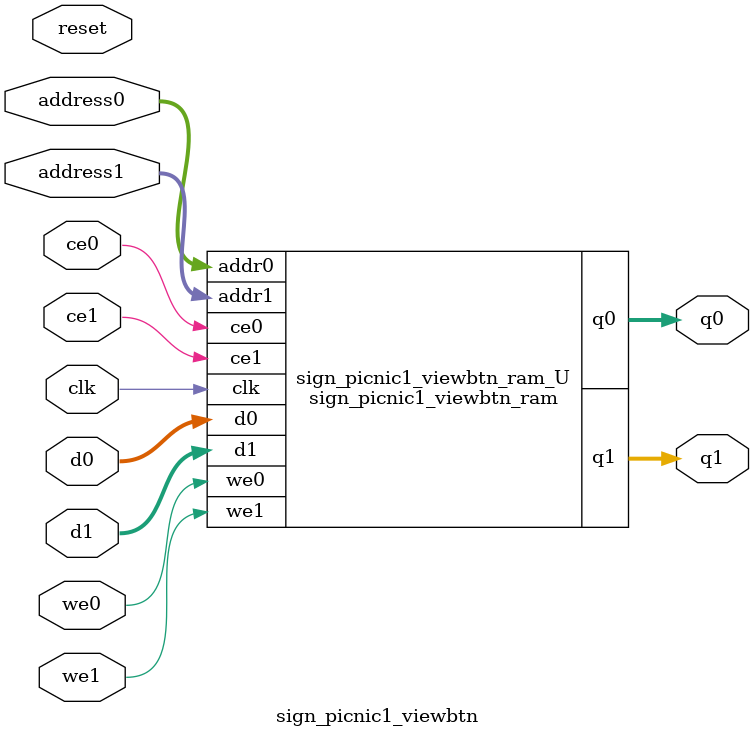
<source format=v>
`timescale 1 ns / 1 ps
module sign_picnic1_viewbtn_ram (addr0, ce0, d0, we0, q0, addr1, ce1, d1, we1, q1,  clk);

parameter DWIDTH = 32;
parameter AWIDTH = 12;
parameter MEM_SIZE = 2628;

input[AWIDTH-1:0] addr0;
input ce0;
input[DWIDTH-1:0] d0;
input we0;
output reg[DWIDTH-1:0] q0;
input[AWIDTH-1:0] addr1;
input ce1;
input[DWIDTH-1:0] d1;
input we1;
output reg[DWIDTH-1:0] q1;
input clk;

(* ram_style = "block" *)reg [DWIDTH-1:0] ram[0:MEM_SIZE-1];




always @(posedge clk)  
begin 
    if (ce0) begin
        if (we0) 
            ram[addr0] <= d0; 
        q0 <= ram[addr0];
    end
end


always @(posedge clk)  
begin 
    if (ce1) begin
        if (we1) 
            ram[addr1] <= d1; 
        q1 <= ram[addr1];
    end
end


endmodule

`timescale 1 ns / 1 ps
module sign_picnic1_viewbtn(
    reset,
    clk,
    address0,
    ce0,
    we0,
    d0,
    q0,
    address1,
    ce1,
    we1,
    d1,
    q1);

parameter DataWidth = 32'd32;
parameter AddressRange = 32'd2628;
parameter AddressWidth = 32'd12;
input reset;
input clk;
input[AddressWidth - 1:0] address0;
input ce0;
input we0;
input[DataWidth - 1:0] d0;
output[DataWidth - 1:0] q0;
input[AddressWidth - 1:0] address1;
input ce1;
input we1;
input[DataWidth - 1:0] d1;
output[DataWidth - 1:0] q1;



sign_picnic1_viewbtn_ram sign_picnic1_viewbtn_ram_U(
    .clk( clk ),
    .addr0( address0 ),
    .ce0( ce0 ),
    .we0( we0 ),
    .d0( d0 ),
    .q0( q0 ),
    .addr1( address1 ),
    .ce1( ce1 ),
    .we1( we1 ),
    .d1( d1 ),
    .q1( q1 ));

endmodule


</source>
